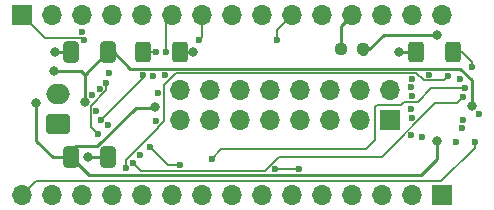
<source format=gbr>
%TF.GenerationSoftware,KiCad,Pcbnew,7.0.8*%
%TF.CreationDate,2023-11-16T14:29:34+01:00*%
%TF.ProjectId,LvL_shifter_shield,4c764c5f-7368-4696-9674-65725f736869,rev?*%
%TF.SameCoordinates,Original*%
%TF.FileFunction,Copper,L4,Bot*%
%TF.FilePolarity,Positive*%
%FSLAX46Y46*%
G04 Gerber Fmt 4.6, Leading zero omitted, Abs format (unit mm)*
G04 Created by KiCad (PCBNEW 7.0.8) date 2023-11-16 14:29:34*
%MOMM*%
%LPD*%
G01*
G04 APERTURE LIST*
G04 Aperture macros list*
%AMRoundRect*
0 Rectangle with rounded corners*
0 $1 Rounding radius*
0 $2 $3 $4 $5 $6 $7 $8 $9 X,Y pos of 4 corners*
0 Add a 4 corners polygon primitive as box body*
4,1,4,$2,$3,$4,$5,$6,$7,$8,$9,$2,$3,0*
0 Add four circle primitives for the rounded corners*
1,1,$1+$1,$2,$3*
1,1,$1+$1,$4,$5*
1,1,$1+$1,$6,$7*
1,1,$1+$1,$8,$9*
0 Add four rect primitives between the rounded corners*
20,1,$1+$1,$2,$3,$4,$5,0*
20,1,$1+$1,$4,$5,$6,$7,0*
20,1,$1+$1,$6,$7,$8,$9,0*
20,1,$1+$1,$8,$9,$2,$3,0*%
G04 Aperture macros list end*
%TA.AperFunction,ComponentPad*%
%ADD10RoundRect,0.250000X0.750000X-0.600000X0.750000X0.600000X-0.750000X0.600000X-0.750000X-0.600000X0*%
%TD*%
%TA.AperFunction,ComponentPad*%
%ADD11O,2.000000X1.700000*%
%TD*%
%TA.AperFunction,ComponentPad*%
%ADD12R,1.700000X1.700000*%
%TD*%
%TA.AperFunction,ComponentPad*%
%ADD13O,1.700000X1.700000*%
%TD*%
%TA.AperFunction,SMDPad,CuDef*%
%ADD14RoundRect,0.250000X0.400000X0.625000X-0.400000X0.625000X-0.400000X-0.625000X0.400000X-0.625000X0*%
%TD*%
%TA.AperFunction,SMDPad,CuDef*%
%ADD15RoundRect,0.237500X-0.250000X-0.237500X0.250000X-0.237500X0.250000X0.237500X-0.250000X0.237500X0*%
%TD*%
%TA.AperFunction,SMDPad,CuDef*%
%ADD16RoundRect,0.250000X-0.400000X-0.625000X0.400000X-0.625000X0.400000X0.625000X-0.400000X0.625000X0*%
%TD*%
%TA.AperFunction,SMDPad,CuDef*%
%ADD17RoundRect,0.250000X-0.412500X-0.650000X0.412500X-0.650000X0.412500X0.650000X-0.412500X0.650000X0*%
%TD*%
%TA.AperFunction,ViaPad*%
%ADD18C,0.800000*%
%TD*%
%TA.AperFunction,ViaPad*%
%ADD19C,0.600000*%
%TD*%
%TA.AperFunction,Conductor*%
%ADD20C,0.250000*%
%TD*%
%TA.AperFunction,Conductor*%
%ADD21C,0.150000*%
%TD*%
G04 APERTURE END LIST*
D10*
%TO.P,J4,1,Pin_1*%
%TO.N,GND*%
X109067600Y-87325200D03*
D11*
%TO.P,J4,2,Pin_2*%
%TO.N,+5V*%
X109067600Y-84825200D03*
%TD*%
D12*
%TO.P,J1,1,Pin_1*%
%TO.N,/G1*%
X137160000Y-86995000D03*
D13*
%TO.P,J1,2,Pin_2*%
%TO.N,/R1*%
X137160000Y-84455000D03*
%TO.P,J1,3,Pin_3*%
%TO.N,GND*%
X134620000Y-86995000D03*
%TO.P,J1,4,Pin_4*%
%TO.N,/B1*%
X134620000Y-84455000D03*
%TO.P,J1,5,Pin_5*%
%TO.N,/G2*%
X132080000Y-86995000D03*
%TO.P,J1,6,Pin_6*%
%TO.N,/R2*%
X132080000Y-84455000D03*
%TO.P,J1,7,Pin_7*%
%TO.N,/E*%
X129540000Y-86995000D03*
%TO.P,J1,8,Pin_8*%
%TO.N,/B2*%
X129540000Y-84455000D03*
%TO.P,J1,9,Pin_9*%
%TO.N,/B*%
X127000000Y-86995000D03*
%TO.P,J1,10,Pin_10*%
%TO.N,/A*%
X127000000Y-84455000D03*
%TO.P,J1,11,Pin_11*%
%TO.N,/D*%
X124460000Y-86995000D03*
%TO.P,J1,12,Pin_12*%
%TO.N,/C*%
X124460000Y-84455000D03*
%TO.P,J1,13,Pin_13*%
%TO.N,/LAT*%
X121920000Y-86995000D03*
%TO.P,J1,14,Pin_14*%
%TO.N,/CLK*%
X121920000Y-84455000D03*
%TO.P,J1,15,Pin_15*%
%TO.N,GND*%
X119380000Y-86995000D03*
%TO.P,J1,16,Pin_16*%
%TO.N,/OE*%
X119380000Y-84455000D03*
%TD*%
D14*
%TO.P,R2,1*%
%TO.N,GND*%
X119380000Y-81280000D03*
%TO.P,R2,2*%
%TO.N,+3.3V*%
X116280000Y-81280000D03*
%TD*%
D12*
%TO.P,J3,1,Pin_1*%
%TO.N,/PB22*%
X141605000Y-93345000D03*
D13*
%TO.P,J3,2,Pin_2*%
%TO.N,/PB23*%
X139065000Y-93345000D03*
%TO.P,J3,3,Pin_3*%
%TO.N,/RESET2*%
X136525000Y-93345000D03*
%TO.P,J3,4,Pin_4*%
%TO.N,GND*%
X133985000Y-93345000D03*
%TO.P,J3,5,Pin_5*%
%TO.N,/PB10*%
X131445000Y-93345000D03*
%TO.P,J3,6,Pin_6*%
%TO.N,/PB11*%
X128905000Y-93345000D03*
%TO.P,J3,7,Pin_7*%
%TO.N,/PA07*%
X126365000Y-93345000D03*
%TO.P,J3,8,Pin_8*%
%TO.N,/PA05*%
X123825000Y-93345000D03*
%TO.P,J3,9,Pin_9*%
%TO.N,/PA04*%
X121285000Y-93345000D03*
%TO.P,J3,10,Pin_10*%
%TO.N,/PA06*%
X118745000Y-93345000D03*
%TO.P,J3,11,Pin_11*%
%TO.N,/PA18*%
X116205000Y-93345000D03*
%TO.P,J3,12,Pin_12*%
%TO.N,/PA20*%
X113665000Y-93345000D03*
%TO.P,J3,13,Pin_13*%
%TO.N,/PA21*%
X111125000Y-93345000D03*
%TO.P,J3,14,Pin_14*%
%TO.N,/PA16*%
X108585000Y-93345000D03*
%TO.P,J3,15,Pin_15*%
%TO.N,/PA19*%
X106045000Y-93345000D03*
%TD*%
D15*
%TO.P,R3,1*%
%TO.N,/+5V2*%
X133049000Y-81026000D03*
%TO.P,R3,2*%
%TO.N,+5V*%
X134874000Y-81026000D03*
%TD*%
D16*
%TO.P,R1,1*%
%TO.N,GND*%
X139420000Y-81280000D03*
%TO.P,R1,2*%
%TO.N,+3.3V*%
X142520000Y-81280000D03*
%TD*%
D17*
%TO.P,C1,1*%
%TO.N,+5V*%
X110197500Y-90170000D03*
%TO.P,C1,2*%
%TO.N,GND*%
X113322500Y-90170000D03*
%TD*%
%TO.P,C2,1*%
%TO.N,GND*%
X110197500Y-81280000D03*
%TO.P,C2,2*%
%TO.N,+3.3V*%
X113322500Y-81280000D03*
%TD*%
D12*
%TO.P,J2,1,Pin_1*%
%TO.N,/PA17*%
X106019600Y-78105000D03*
D13*
%TO.P,J2,2,Pin_2*%
%TO.N,+3.3V*%
X108559600Y-78105000D03*
%TO.P,J2,3,Pin_3*%
%TO.N,/PA03*%
X111099600Y-78105000D03*
%TO.P,J2,4,Pin_4*%
%TO.N,/PA02*%
X113639600Y-78105000D03*
%TO.P,J2,5,Pin_5*%
%TO.N,/PB02*%
X116179600Y-78105000D03*
%TO.P,J2,6,Pin_6*%
%TO.N,/PA11*%
X118719600Y-78105000D03*
%TO.P,J2,7,Pin_7*%
%TO.N,/PA10*%
X121259600Y-78105000D03*
%TO.P,J2,8,Pin_8*%
%TO.N,/PB08*%
X123799600Y-78105000D03*
%TO.P,J2,9,Pin_9*%
%TO.N,/PB09*%
X126339600Y-78105000D03*
%TO.P,J2,10,Pin_10*%
%TO.N,/PA09*%
X128879600Y-78105000D03*
%TO.P,J2,11,Pin_11*%
%TO.N,/PB03*%
X131419600Y-78105000D03*
%TO.P,J2,12,Pin_12*%
%TO.N,/+5V2*%
X133959600Y-78105000D03*
%TO.P,J2,13,Pin_13*%
%TO.N,/RESET*%
X136499600Y-78105000D03*
%TO.P,J2,14,Pin_14*%
%TO.N,GND*%
X139039600Y-78105000D03*
%TO.P,J2,15,Pin_15*%
%TO.N,/VIN*%
X141579600Y-78105000D03*
%TD*%
D18*
%TO.N,+5V*%
X107238800Y-85547200D03*
X117300798Y-85887100D03*
X141166683Y-79813317D03*
X141198600Y-88798400D03*
%TO.N,GND*%
X137936900Y-81280000D03*
X111582200Y-90144600D03*
X108839000Y-81280000D03*
X120548400Y-81280000D03*
%TO.N,+3.3V*%
X108737400Y-82880200D03*
X144094200Y-85852000D03*
X111328200Y-85496400D03*
D19*
%TO.N,/R1*%
X139014200Y-84963000D03*
%TO.N,/G1*%
X138988800Y-86049500D03*
%TO.N,/B1*%
X138988800Y-84201000D03*
%TO.N,/R2*%
X139014200Y-83489800D03*
%TO.N,/G2*%
X139014200Y-86791800D03*
%TO.N,/B2*%
X140462000Y-83176100D03*
%TO.N,/E*%
X138988800Y-88265000D03*
%TO.N,/A*%
X117144800Y-83312000D03*
%TO.N,/B*%
X139928600Y-88468200D03*
%TO.N,/C*%
X118160800Y-83185000D03*
%TO.N,/D*%
X117348000Y-87122000D03*
%TO.N,/CLK*%
X117584700Y-84685500D03*
%TO.N,/PA17*%
X144754600Y-86461600D03*
X111302800Y-80264000D03*
%TO.N,/PA03*%
X113436400Y-83032600D03*
X111099600Y-79578200D03*
%TO.N,/PA11*%
X116281200Y-83176100D03*
X112734972Y-87018757D03*
X118211600Y-81254600D03*
%TO.N,/PA10*%
X121005600Y-80195900D03*
X111963200Y-84886800D03*
%TO.N,/PA09*%
X127609600Y-80238600D03*
X112598200Y-84404200D03*
%TO.N,/PA07*%
X143256000Y-87706200D03*
%TO.N,/PA05*%
X116027200Y-89992200D03*
X113182400Y-83896200D03*
X112445800Y-88188800D03*
%TO.N,/PA04*%
X129463800Y-91109800D03*
X127482600Y-91109800D03*
X142753323Y-88879923D03*
%TO.N,/PA06*%
X119405400Y-90838500D03*
X113284000Y-87452200D03*
X116840000Y-89281000D03*
%TO.N,/PA18*%
X143560800Y-84302600D03*
X122097800Y-90297000D03*
%TO.N,/PA20*%
X143408400Y-86995000D03*
%TO.N,/PA21*%
X114833400Y-91033600D03*
X142138400Y-83261200D03*
%TO.N,/PA16*%
X143390377Y-85021177D03*
X115468400Y-90678000D03*
%TO.N,/PA19*%
X143078200Y-83540600D03*
X144348200Y-88874600D03*
%TO.N,+3.3V*%
X144094200Y-82473800D03*
X117368077Y-81223877D03*
X112318800Y-86258400D03*
%TD*%
D20*
%TO.N,+5V*%
X135432800Y-81026000D02*
X134874000Y-81026000D01*
X107238800Y-85547200D02*
X107238800Y-88747600D01*
X110566200Y-89179400D02*
X110197500Y-89548100D01*
X115646200Y-85953600D02*
X112420400Y-89179400D01*
X136645483Y-79813317D02*
X135432800Y-81026000D01*
X141198600Y-90297000D02*
X139852400Y-91643200D01*
X111670700Y-91643200D02*
X110197500Y-90170000D01*
X117300798Y-85887100D02*
X117234298Y-85953600D01*
X117234298Y-85953600D02*
X115646200Y-85953600D01*
X112420400Y-89179400D02*
X110566200Y-89179400D01*
X135051800Y-81407000D02*
X134696200Y-81407000D01*
X107238800Y-88747600D02*
X108661200Y-90170000D01*
X108661200Y-90170000D02*
X110197500Y-90170000D01*
X110197500Y-89548100D02*
X110197500Y-90170000D01*
X141166683Y-79813317D02*
X136645483Y-79813317D01*
X141198600Y-88798400D02*
X141198600Y-90297000D01*
X139852400Y-91643200D02*
X111670700Y-91643200D01*
%TO.N,GND*%
X139420000Y-81280000D02*
X137936900Y-81280000D01*
X111582200Y-90144600D02*
X111607600Y-90170000D01*
X139420000Y-78485400D02*
X139039600Y-78105000D01*
X120548400Y-81280000D02*
X119380000Y-81280000D01*
X111607600Y-90170000D02*
X113322500Y-90170000D01*
X108839000Y-81280000D02*
X110197500Y-81280000D01*
%TO.N,+3.3V*%
X108737400Y-82880200D02*
X111023400Y-82880200D01*
X115163600Y-82651600D02*
X134493000Y-82651600D01*
X111023400Y-82880200D02*
X111328200Y-83185000D01*
X111328200Y-85496400D02*
X111328200Y-83185000D01*
X111328200Y-83185000D02*
X113233200Y-81280000D01*
X143154400Y-82651600D02*
X144094200Y-83591400D01*
X113233200Y-81280000D02*
X113322500Y-81280000D01*
X113322500Y-81280000D02*
X113792000Y-81280000D01*
X144094200Y-83591400D02*
X144094200Y-85852000D01*
X113792000Y-81280000D02*
X115163600Y-82651600D01*
X134493000Y-82651600D02*
X143154400Y-82651600D01*
D21*
%TO.N,/PA17*%
X111302800Y-80264000D02*
X111092000Y-80053200D01*
X107967800Y-80053200D02*
X106019600Y-78105000D01*
X111092000Y-80053200D02*
X107967800Y-80053200D01*
%TO.N,/PA11*%
X118211600Y-81254600D02*
X118211600Y-78613000D01*
X118211600Y-78613000D02*
X118719600Y-78105000D01*
X112734972Y-87018757D02*
X116281200Y-83472529D01*
X116281200Y-83472529D02*
X116281200Y-83176100D01*
%TO.N,/PA10*%
X121005600Y-80195900D02*
X121259600Y-79941900D01*
X121259600Y-79941900D02*
X121259600Y-78105000D01*
%TO.N,/PA09*%
X127609600Y-79375000D02*
X128879600Y-78105000D01*
X127609600Y-80238600D02*
X127609600Y-79375000D01*
%TO.N,/PA05*%
X111843800Y-85830352D02*
X111843800Y-87586800D01*
X113182400Y-84491752D02*
X111843800Y-85830352D01*
X111843800Y-87586800D02*
X112445800Y-88188800D01*
X113182400Y-83896200D02*
X113182400Y-84491752D01*
%TO.N,/PA04*%
X129463800Y-91109800D02*
X127482600Y-91109800D01*
%TO.N,/PA06*%
X118397500Y-90838500D02*
X116840000Y-89281000D01*
X119405400Y-90838500D02*
X118397500Y-90838500D01*
%TO.N,/PA18*%
X140690600Y-84302600D02*
X143560800Y-84302600D01*
X135890000Y-85928200D02*
X136093200Y-85725000D01*
X122910600Y-89484200D02*
X135128000Y-89484200D01*
X136093200Y-85725000D02*
X138099800Y-85725000D01*
X135890000Y-88722200D02*
X135890000Y-85928200D01*
X122097800Y-90297000D02*
X122910600Y-89484200D01*
X135128000Y-89484200D02*
X135890000Y-88722200D01*
X138099800Y-85725000D02*
X138379200Y-85445600D01*
X138379200Y-85445600D02*
X139547600Y-85445600D01*
X139547600Y-85445600D02*
X140690600Y-84302600D01*
%TO.N,/PA21*%
X118059200Y-87082552D02*
X117544752Y-87597000D01*
X118059200Y-84023200D02*
X118059200Y-87082552D01*
X140039100Y-83651100D02*
X139395200Y-83007200D01*
X119075200Y-83007200D02*
X118059200Y-84023200D01*
X141748500Y-83651100D02*
X140039100Y-83651100D01*
X114833400Y-90373200D02*
X114833400Y-91033600D01*
X139395200Y-83007200D02*
X119075200Y-83007200D01*
X142138400Y-83261200D02*
X141748500Y-83651100D01*
X117544752Y-87661848D02*
X114833400Y-90373200D01*
X117544752Y-87597000D02*
X117544752Y-87661848D01*
%TO.N,/PA16*%
X116103400Y-91313000D02*
X126607648Y-91313000D01*
X115468400Y-90678000D02*
X116103400Y-91313000D01*
X127826848Y-90093800D02*
X136474200Y-90093800D01*
X140993500Y-85574500D02*
X142837054Y-85574500D01*
X126607648Y-91313000D02*
X127826848Y-90093800D01*
X142837054Y-85574500D02*
X143390377Y-85021177D01*
X136474200Y-90093800D02*
X140993500Y-85574500D01*
%TO.N,/PA19*%
X107213400Y-92176600D02*
X106045000Y-93345000D01*
X141503400Y-92176600D02*
X107213400Y-92176600D01*
X144348200Y-89331800D02*
X141503400Y-92176600D01*
X144348200Y-88874600D02*
X144348200Y-89331800D01*
D20*
%TO.N,/+5V2*%
X133049000Y-79015600D02*
X133959600Y-78105000D01*
X133049000Y-81026000D02*
X133049000Y-79015600D01*
D21*
%TO.N,+3.3V*%
X144094200Y-82473800D02*
X144094200Y-82067400D01*
X143306800Y-81280000D02*
X142520000Y-81280000D01*
X144094200Y-82067400D02*
X143306800Y-81280000D01*
X117311954Y-81280000D02*
X116280000Y-81280000D01*
X117368077Y-81223877D02*
X117311954Y-81280000D01*
%TD*%
M02*

</source>
